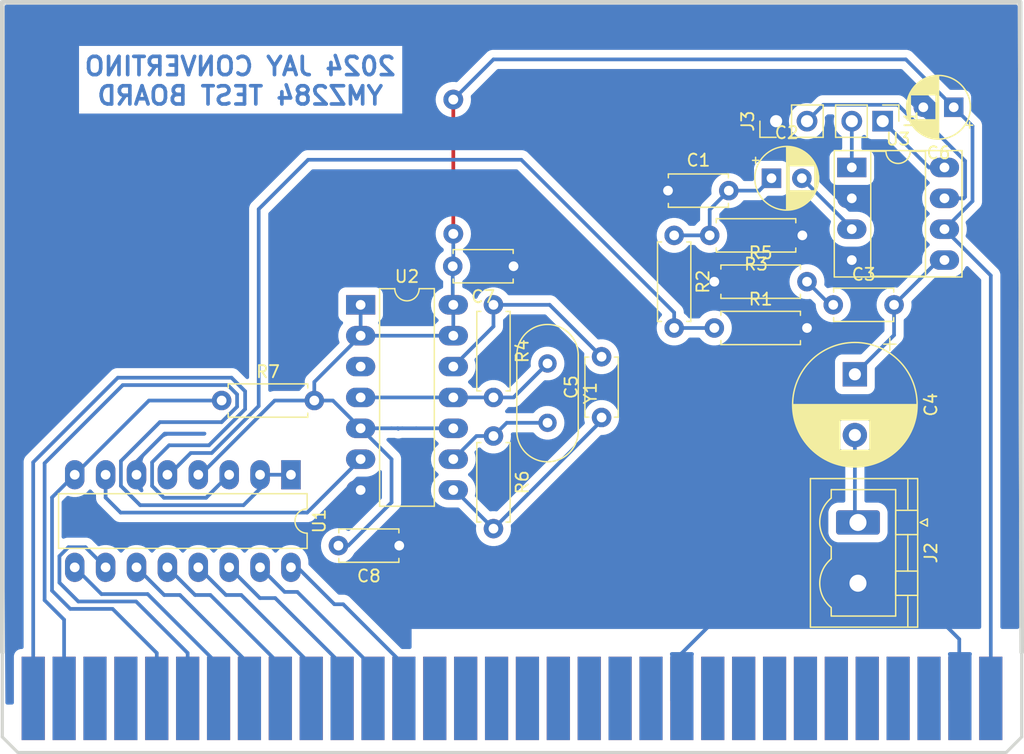
<source format=kicad_pcb>
(kicad_pcb (version 20221018) (generator pcbnew)
  (layers (0 "F.Cu" signal) (31 "B.Cu" signal) (34 "B.Paste" user) (35 "F.Paste" user) (36 "B.SilkS" user "B.Silkscreen") (37 "F.SilkS" user "F.Silkscreen") (38 "B.Mask" user) (39 "F.Mask" user) (44 "Edge.Cuts" user))
  (net 0 "")
  (net 1 "Net-(C1-Pad2)")
  (net 2 "Net-(U3-+)")
  (net 3 "Net-(C3-Pad2)")
  (net 4 "Net-(C3-Pad1)")
  (net 5 "Net-(J2-Pin_1)")
  (net 6 "Net-(C5-Pad2)")
  (net 7 "Net-(C5-Pad1)")
  (net 8 "GNDD")
  (net 9 "VCC")
  (net 12 "Net-(U1-~{RESET})")
  (net 19 "Net-(U1-~{CS})")
  (net 20 "Net-(U1-A0)")
  (net 44 "/D5")
  (net 45 "/D6")
  (net 46 "/D7")
  (net 47 "/D0")
  (net 48 "/D1")
  (net 49 "/D2")
  (net 50 "/D3")
  (net 51 "/D4")
  (net 54 "Net-(R4-Pad2)")
  (net 55 "Net-(R6-Pad1)")
  (net 71 "Net-(J1-Pin_1)")
  (net 72 "Net-(J1-Pin_2)")
  (net 73 "Net-(J3-Pin_2)")
  (net 74 "Net-(U1-OUT)")
  (net 76 "Net-(U1-CLK)")
  (footprint "Capacitor_THT:C_Disc_D4.7mm_W2.5mm_P5.00mm" (layer "F.Cu") (at 161.671 66.167)
    (fp_text reference "C1" (at 2.5 -2.5) (layer "F.SilkS"))
    (fp_text value "300pF")
    (pad "1" thru_hole circle (at 0 0) (size 1.6 1.6) (drill 0.8) (layers "*.Cu" "*.Mask") (net 8 "GNDD"))
    (pad "2" thru_hole circle (at 5 0) (size 1.6 1.6) (drill 0.8) (layers "*.Cu" "*.Mask") (net 1 "Net-(C1-Pad2)"))
  )
  (footprint "Capacitor_THT:CP_Radial_D5.0mm_P2.50mm" (layer "F.Cu") (at 170.18 65.151)
    (fp_text reference "C2" (at 1.25 -3.75) (layer "F.SilkS"))
    (fp_text value "2uF")
    (pad "1" thru_hole rect (at 0 0) (size 1.6 1.6) (drill 0.8) (layers "*.Cu" "*.Mask") (net 1 "Net-(C1-Pad2)"))
    (pad "2" thru_hole circle (at 2.5 0) (size 1.6 1.6) (drill 0.8) (layers "*.Cu" "*.Mask") (net 2 "Net-(U3-+)"))
  )
  (footprint "Capacitor_THT:C_Disc_D4.7mm_W2.5mm_P5.00mm" (layer "F.Cu") (at 175.26 75.565)
    (fp_text reference "C3" (at 2.5 -2.5) (layer "F.SilkS"))
    (fp_text value "50nF")
    (pad "1" thru_hole circle (at 0 0) (size 1.6 1.6) (drill 0.8) (layers "*.Cu" "*.Mask") (net 4 "Net-(C3-Pad1)"))
    (pad "2" thru_hole circle (at 5 0) (size 1.6 1.6) (drill 0.8) (layers "*.Cu" "*.Mask") (net 3 "Net-(C3-Pad2)"))
  )
  (footprint "Capacitor_THT:CP_Radial_D10.0mm_P5.00mm" (layer "F.Cu") (at 177.038 81.28 -90)
    (fp_text reference "C4" (at 2.5 -6.25 90) (layer "F.SilkS"))
    (fp_text value "220uF")
    (pad "1" thru_hole rect (at 0 0 270) (size 2 2) (drill 1) (layers "*.Cu" "*.Mask") (net 3 "Net-(C3-Pad2)"))
    (pad "2" thru_hole circle (at 5 0 270) (size 2 2) (drill 1) (layers "*.Cu" "*.Mask") (net 5 "Net-(J2-Pin_1)"))
  )
  (footprint "Capacitor_THT:C_Disc_D4.7mm_W2.5mm_P5.00mm" (layer "F.Cu") (at 156.21 84.836 90)
    (fp_text reference "C5" (at 2.5 -2.5 90) (layer "F.SilkS"))
    (fp_text value "100nF")
    (pad "1" thru_hole circle (at 0 0 90) (size 1.6 1.6) (drill 0.8) (layers "*.Cu" "*.Mask") (net 7 "Net-(C5-Pad1)"))
    (pad "2" thru_hole circle (at 5 0 90) (size 1.6 1.6) (drill 0.8) (layers "*.Cu" "*.Mask") (net 6 "Net-(C5-Pad2)"))
  )
  (footprint "Capacitor_THT:CP_Radial_D5.0mm_P2.50mm" (layer "F.Cu") (at 185.166 59.309 180)
    (fp_text reference "C6" (at 1.25 -3.75) (layer "F.SilkS"))
    (fp_text value "10uF")
    (pad "1" thru_hole rect (at 0 0 180) (size 1.6 1.6) (drill 0.8) (layers "*.Cu" "*.Mask") (net 9 "VCC"))
    (pad "2" thru_hole circle (at 2.5 0 180) (size 1.6 1.6) (drill 0.8) (layers "*.Cu" "*.Mask") (net 8 "GNDD"))
  )
  (footprint "Capacitor_THT:C_Disc_D4.7mm_W2.5mm_P5.00mm" (layer "F.Cu") (at 148.971 72.39 180)
    (fp_text reference "C7" (at 2.5 -2.5) (layer "F.SilkS"))
    (fp_text value "100nF")
    (pad "1" thru_hole circle (at 0 0 180) (size 1.6 1.6) (drill 0.8) (layers "*.Cu" "*.Mask") (net 8 "GNDD"))
    (pad "2" thru_hole circle (at 5 0 180) (size 1.6 1.6) (drill 0.8) (layers "*.Cu" "*.Mask") (net 9 "VCC"))
  )
  (footprint "Capacitor_THT:C_Disc_D4.7mm_W2.5mm_P5.00mm" (layer "F.Cu") (at 139.573 95.377 180)
    (fp_text reference "C8" (at 2.5 -2.5) (layer "F.SilkS"))
    (fp_text value "100nF")
    (pad "1" thru_hole circle (at 0 0 180) (size 1.6 1.6) (drill 0.8) (layers "*.Cu" "*.Mask") (net 8 "GNDD"))
    (pad "2" thru_hole circle (at 5 0 180) (size 1.6 1.6) (drill 0.8) (layers "*.Cu" "*.Mask") (net 9 "VCC"))
  )
  (footprint "Connector_PinHeader_2.54mm:PinHeader_1x02_P2.54mm_Vertical" (layer "F.Cu") (at 179.324 60.452 -90)
    (fp_text reference "J1" (at 0 -2.33 90) (layer "F.SilkS"))
    (fp_text value "Conn_01x02")
    (pad "1" thru_hole rect (at 0 0 270) (size 1.7 1.7) (drill 1) (layers "*.Cu" "*.Mask") (net 71 "Net-(J1-Pin_1)"))
    (pad "2" thru_hole oval (at 0 2.54 270) (size 1.7 1.7) (drill 1) (layers "*.Cu" "*.Mask") (net 72 "Net-(J1-Pin_2)"))
  )
  (footprint "Connector_Phoenix_MSTB:PhoenixContact_MSTBVA_2,5_2-G_1x02_P5.00mm_Vertical" (layer "F.Cu") (at 177.292 93.472 -90)
    (fp_text reference "J2" (at 2.5 -6 90) (layer "F.SilkS"))
    (fp_text value "Conn_01x02")
    (pad "1" thru_hole roundrect (at 0 0 270) (size 2 3.6) (drill 1.4) (layers "*.Cu" "*.Mask") (roundrect_rratio 0.125) (net 5 "Net-(J2-Pin_1)"))
    (pad "2" thru_hole oval (at 5 0 270) (size 2 3.6) (drill 1.4) (layers "*.Cu" "*.Mask") (net 8 "GNDD"))
  )
  (footprint "Resistor_THT:R_Axial_DIN0207_L6.3mm_D2.5mm_P7.62mm_Horizontal" (layer "F.Cu") (at 165.481 77.47)
    (fp_text reference "R1" (at 3.81 -2.37) (layer "F.SilkS"))
    (fp_text value "1k")
    (pad "1" thru_hole circle (at 0 0) (size 1.6 1.6) (drill 0.8) (layers "*.Cu" "*.Mask") (net 74 "Net-(U1-OUT)"))
    (pad "2" thru_hole oval (at 7.62 0) (size 1.6 1.6) (drill 0.8) (layers "*.Cu" "*.Mask") (net 8 "GNDD"))
  )
  (footprint "Resistor_THT:R_Axial_DIN0207_L6.3mm_D2.5mm_P7.62mm_Horizontal" (layer "F.Cu") (at 162.179 69.85 -90)
    (fp_text reference "R2" (at 3.81 -2.37 90) (layer "F.SilkS"))
    (fp_text value "5k")
    (pad "1" thru_hole circle (at 0 0 270) (size 1.6 1.6) (drill 0.8) (layers "*.Cu" "*.Mask") (net 1 "Net-(C1-Pad2)"))
    (pad "2" thru_hole oval (at 7.62 0 270) (size 1.6 1.6) (drill 0.8) (layers "*.Cu" "*.Mask") (net 74 "Net-(U1-OUT)"))
  )
  (footprint "Resistor_THT:R_Axial_DIN0207_L6.3mm_D2.5mm_P7.62mm_Horizontal" (layer "F.Cu") (at 172.72 69.85 180)
    (fp_text reference "R3" (at 3.81 -2.37) (layer "F.SilkS"))
    (fp_text value "500R")
    (pad "1" thru_hole circle (at 0 0 180) (size 1.6 1.6) (drill 0.8) (layers "*.Cu" "*.Mask") (net 8 "GNDD"))
    (pad "2" thru_hole oval (at 7.62 0 180) (size 1.6 1.6) (drill 0.8) (layers "*.Cu" "*.Mask") (net 1 "Net-(C1-Pad2)"))
  )
  (footprint "Resistor_THT:R_Axial_DIN0207_L6.3mm_D2.5mm_P7.62mm_Horizontal" (layer "F.Cu") (at 147.32 75.565 -90)
    (fp_text reference "R4" (at 3.81 -2.37 90) (layer "F.SilkS"))
    (fp_text value "300R")
    (pad "1" thru_hole circle (at 0 0 270) (size 1.6 1.6) (drill 0.8) (layers "*.Cu" "*.Mask") (net 6 "Net-(C5-Pad2)"))
    (pad "2" thru_hole oval (at 7.62 0 270) (size 1.6 1.6) (drill 0.8) (layers "*.Cu" "*.Mask") (net 54 "Net-(R4-Pad2)"))
  )
  (footprint "Resistor_THT:R_Axial_DIN0207_L6.3mm_D2.5mm_P7.62mm_Horizontal" (layer "F.Cu") (at 165.481 73.66)
    (fp_text reference "R5" (at 3.81 -2.37) (layer "F.SilkS"))
    (fp_text value "10R")
    (pad "1" thru_hole circle (at 0 0) (size 1.6 1.6) (drill 0.8) (layers "*.Cu" "*.Mask") (net 8 "GNDD"))
    (pad "2" thru_hole oval (at 7.62 0) (size 1.6 1.6) (drill 0.8) (layers "*.Cu" "*.Mask") (net 4 "Net-(C3-Pad1)"))
  )
  (footprint "Resistor_THT:R_Axial_DIN0207_L6.3mm_D2.5mm_P7.62mm_Horizontal" (layer "F.Cu") (at 147.32 86.36 -90)
    (fp_text reference "R6" (at 3.81 -2.37 90) (layer "F.SilkS"))
    (fp_text value "300R")
    (pad "1" thru_hole circle (at 0 0 270) (size 1.6 1.6) (drill 0.8) (layers "*.Cu" "*.Mask") (net 55 "Net-(R6-Pad1)"))
    (pad "2" thru_hole oval (at 7.62 0 270) (size 1.6 1.6) (drill 0.8) (layers "*.Cu" "*.Mask") (net 7 "Net-(C5-Pad1)"))
  )
  (footprint "Package_DIP:DIP-16_W7.62mm_LongPads" (layer "F.Cu") (at 130.668 89.545 -90)
    (fp_text reference "U1" (at 3.81 -2.33 -90) (layer "F.SilkS"))
    (fp_text value "YMZ284")
    (pad "1" thru_hole rect (at 0 0 270) (size 2.4 1.6) (drill 0.8) (layers "*.Cu" "*.Mask") (net 19 "Net-(U1-~{CS})"))
    (pad "2" thru_hole oval (at 0 2.54 270) (size 2.4 1.6) (drill 0.8) (layers "*.Cu" "*.Mask") (net 19 "Net-(U1-~{CS})"))
    (pad "3" thru_hole oval (at 0 5.08 270) (size 2.4 1.6) (drill 0.8) (layers "*.Cu" "*.Mask") (net 20 "Net-(U1-A0)"))
    (pad "4" thru_hole oval (at 0 7.62 270) (size 2.4 1.6) (drill 0.8) (layers "*.Cu" "*.Mask") (net 9 "VCC"))
    (pad "5" thru_hole oval (at 0 10.16 270) (size 2.4 1.6) (drill 0.8) (layers "*.Cu" "*.Mask") (net 74 "Net-(U1-OUT)"))
    (pad "6" thru_hole oval (at 0 12.7 270) (size 2.4 1.6) (drill 0.8) (layers "*.Cu" "*.Mask") (net 8 "GNDD"))
    (pad "7" thru_hole oval (at 0 15.24 270) (size 2.4 1.6) (drill 0.8) (layers "*.Cu" "*.Mask") (net 76 "Net-(U1-CLK)"))
    (pad "8" thru_hole oval (at 0 17.78 270) (size 2.4 1.6) (drill 0.8) (layers "*.Cu" "*.Mask") (net 12 "Net-(U1-~{RESET})"))
    (pad "9" thru_hole oval (at 7.62 17.78 270) (size 2.4 1.6) (drill 0.8) (layers "*.Cu" "*.Mask") (net 46 "/D7"))
    (pad "10" thru_hole oval (at 7.62 15.24 270) (size 2.4 1.6) (drill 0.8) (layers "*.Cu" "*.Mask") (net 45 "/D6"))
    (pad "11" thru_hole oval (at 7.62 12.7 270) (size 2.4 1.6) (drill 0.8) (layers "*.Cu" "*.Mask") (net 44 "/D5"))
    (pad "12" thru_hole oval (at 7.62 10.16 270) (size 2.4 1.6) (drill 0.8) (layers "*.Cu" "*.Mask") (net 51 "/D4"))
    (pad "13" thru_hole oval (at 7.62 7.62 270) (size 2.4 1.6) (drill 0.8) (layers "*.Cu" "*.Mask") (net 50 "/D3"))
    (pad "14" thru_hole oval (at 7.62 5.08 270) (size 2.4 1.6) (drill 0.8) (layers "*.Cu" "*.Mask") (net 49 "/D2"))
    (pad "15" thru_hole oval (at 7.62 2.54 270) (size 2.4 1.6) (drill 0.8) (layers "*.Cu" "*.Mask") (net 48 "/D1"))
    (pad "16" thru_hole oval (at 7.62 0 270) (size 2.4 1.6) (drill 0.8) (layers "*.Cu" "*.Mask") (net 47 "/D0"))
  )
  (footprint "Package_DIP:DIP-14_W7.62mm_LongPads" (layer "F.Cu") (at 136.398 75.565)
    (fp_text reference "U2" (at 3.81 -2.33) (layer "F.SilkS"))
    (fp_text value "74LS00")
    (pad "1" thru_hole rect (at 0 0) (size 2.4 1.6) (drill 0.8) (layers "*.Cu" "*.Mask") (net 9 "VCC"))
    (pad "2" thru_hole oval (at 0 2.54) (size 2.4 1.6) (drill 0.8) (layers "*.Cu" "*.Mask") (net 9 "VCC"))
    (pad "3" thru_hole oval (at 0 5.08) (size 2.4 1.6) (drill 0.8) (layers "*.Cu" "*.Mask"))
    (pad "4" thru_hole oval (at 0 7.62) (size 2.4 1.6) (drill 0.8) (layers "*.Cu" "*.Mask") (net 54 "Net-(R4-Pad2)"))
    (pad "5" thru_hole oval (at 0 10.16) (size 2.4 1.6) (drill 0.8) (layers "*.Cu" "*.Mask") (net 9 "VCC"))
    (pad "6" thru_hole oval (at 0 12.7) (size 2.4 1.6) (drill 0.8) (layers "*.Cu" "*.Mask") (net 76 "Net-(U1-CLK)"))
    (pad "7" thru_hole oval (at 0 15.24) (size 2.4 1.6) (drill 0.8) (layers "*.Cu" "*.Mask") (net 8 "GNDD"))
    (pad "8" thru_hole oval (at 7.62 15.24) (size 2.4 1.6) (drill 0.8) (layers "*.Cu" "*.Mask") (net 7 "Net-(C5-Pad1)"))
    (pad "9" thru_hole oval (at 7.62 12.7) (size 2.4 1.6) (drill 0.8) (layers "*.Cu" "*.Mask") (net 55 "Net-(R6-Pad1)"))
    (pad "10" thru_hole oval (at 7.62 10.16) (size 2.4 1.6) (drill 0.8) (layers "*.Cu" "*.Mask") (net 9 "VCC"))
    (pad "11" thru_hole oval (at 7.62 7.62) (size 2.4 1.6) (drill 0.8) (layers "*.Cu" "*.Mask") (net 54 "Net-(R4-Pad2)"))
    (pad "12" thru_hole oval (at 7.62 5.08) (size 2.4 1.6) (drill 0.8) (layers "*.Cu" "*.Mask") (net 6 "Net-(C5-Pad2)"))
    (pad "13" thru_hole oval (at 7.62 2.54) (size 2.4 1.6) (drill 0.8) (layers "*.Cu" "*.Mask") (net 9 "VCC"))
    (pad "14" thru_hole oval (at 7.62 0) (size 2.4 1.6) (drill 0.8) (layers "*.Cu" "*.Mask") (net 9 "VCC"))
  )
  (footprint "Package_DIP:DIP-8_W7.62mm_Socket_LongPads" (layer "F.Cu") (at 176.784 64.262)
    (fp_text reference "U3" (at 3.81 -2.33) (layer "F.SilkS"))
    (fp_text value "LM386")
    (pad "1" thru_hole rect (at 0 0) (size 2.4 1.6) (drill 0.8) (layers "*.Cu" "*.Mask") (net 72 "Net-(J1-Pin_2)"))
    (pad "2" thru_hole oval (at 0 2.54) (size 2.4 1.6) (drill 0.8) (layers "*.Cu" "*.Mask") (net 8 "GNDD"))
    (pad "3" thru_hole oval (at 0 5.08) (size 2.4 1.6) (drill 0.8) (layers "*.Cu" "*.Mask") (net 2 "Net-(U3-+)"))
    (pad "4" thru_hole oval (at 0 7.62) (size 2.4 1.6) (drill 0.8) (layers "*.Cu" "*.Mask") (net 8 "GNDD"))
    (pad "5" thru_hole oval (at 7.62 7.62) (size 2.4 1.6) (drill 0.8) (layers "*.Cu" "*.Mask") (net 3 "Net-(C3-Pad2)"))
    (pad "6" thru_hole oval (at 7.62 5.08) (size 2.4 1.6) (drill 0.8) (layers "*.Cu" "*.Mask") (net 9 "VCC"))
    (pad "7" thru_hole oval (at 7.62 2.54) (size 2.4 1.6) (drill 0.8) (layers "*.Cu" "*.Mask") (net 73 "Net-(J3-Pin_2)"))
    (pad "8" thru_hole oval (at 7.62 0) (size 2.4 1.6) (drill 0.8) (layers "*.Cu" "*.Mask") (net 71 "Net-(J1-Pin_1)"))
  )
  (footprint "Crystal:Crystal_HC49-U_Vertical" (layer "F.Cu") (at 151.765 80.391 -90)
    (fp_text reference "Y1" (at 2.44 -3.525 90) (layer "F.SilkS"))
    (fp_text value "3.579545Mhz")
    (pad "1" thru_hole circle (at 0 0 270) (size 1.5 1.5) (drill 0.8) (layers "*.Cu" "*.Mask") (net 54 "Net-(R4-Pad2)"))
    (pad "2" thru_hole circle (at 4.88 0 270) (size 1.5 1.5) (drill 0.8) (layers "*.Cu" "*.Mask") (net 55 "Net-(R6-Pad1)"))
  )
  (footprint "Connector_PinHeader_2.54mm:PinHeader_1x02_P2.54mm_Vertical" (layer "F.Cu") (at 170.561 60.452 90)
    (fp_text reference "J3" (at 0 -2.33 90) (layer "F.SilkS"))
    (fp_text value "Conn_01x02")
    (pad "1" thru_hole rect (at 0 0 90) (size 1.7 1.7) (drill 1) (layers "*.Cu" "*.Mask") (net 8 "GNDD"))
    (pad "2" thru_hole oval (at 0 2.54 90) (size 1.7 1.7) (drill 1) (layers "*.Cu" "*.Mask") (net 73 "Net-(J3-Pin_2)"))
  )
  (footprint "PICerino:GENESIS-EDGE" (layer "F.Cu") (at 109.474 107.95)
    (fp_text reference "CON1" hide)
    (fp_text value "PICERINO-EDGE" hide)
    (fp_line (start -2.54 -3.81) (end -2.54 3.175) (stroke (width 0.254)) (layer "Edge.Cuts"))
    (fp_line (start -2.54 3.175) (end -1.27 4.445) (stroke (width 0.254)) (layer "Edge.Cuts"))
    (fp_line (start -1.27 4.445) (end 80.01 4.445) (stroke (width 0.254)) (layer "Edge.Cuts"))
    (fp_line (start 80.01 4.445) (end 81.28 3.175) (stroke (width 0.254)) (layer "Edge.Cuts"))
    (fp_line (start 81.28 3.175) (end 81.28 -3.81) (stroke (width 0.254)) (layer "Edge.Cuts"))
    (pad "A1" smd rect (at 0 0) (size 1.905 6.858) (layers "B.Cu") (net 20 "Net-(U1-A0)"))
    (pad "A2" smd rect (at 2.54 0) (size 1.905 6.858) (layers "B.Cu") (net 19 "Net-(U1-~{CS})"))
    (pad "A3" smd rect (at 5.08 0) (size 1.905 6.858) (layers "B.Cu"))
    (pad "A4" smd rect (at 7.62 0) (size 1.905 6.858) (layers "B.Cu"))
    (pad "A5" smd rect (at 10.16 0) (size 1.905 6.858) (layers "B.Cu") (net 12 "Net-(U1-~{RESET})"))
    (pad "A6" smd rect (at 12.7 0) (size 1.905 6.858) (layers "B.Cu") (net 45 "/D6"))
    (pad "A7" smd rect (at 15.24 0) (size 1.905 6.858) (layers "B.Cu") (net 46 "/D7"))
    (pad "A8" smd rect (at 17.78 0) (size 1.905 6.858) (layers "B.Cu") (net 44 "/D5"))
    (pad "A9" smd rect (at 20.32 0) (size 1.905 6.858) (layers "B.Cu") (net 51 "/D4"))
    (pad "A10" smd rect (at 22.86 0) (size 1.905 6.858) (layers "B.Cu") (net 50 "/D3"))
    (pad "A11" smd rect (at 25.4 0) (size 1.905 6.858) (layers "B.Cu") (net 49 "/D2"))
    (pad "A12" smd rect (at 27.94 0) (size 1.905 6.858) (layers "B.Cu") (net 48 "/D1"))
    (pad "A13" smd rect (at 30.48 0) (size 1.905 6.858) (layers "B.Cu") (net 47 "/D0"))
    (pad "A14" smd rect (at 33.02 0) (size 1.905 6.858) (layers "B.Cu"))
    (pad "A15" smd rect (at 35.56 0) (size 1.905 6.858) (layers "B.Cu"))
    (pad "A16" smd rect (at 38.1 0) (size 1.905 6.858) (layers "B.Cu"))
    (pad "A17" smd rect (at 40.64 0) (size 1.905 6.858) (layers "B.Cu"))
    (pad "A18" smd rect (at 43.18 0) (size 1.905 6.858) (layers "B.Cu"))
    (pad "A19" smd rect (at 45.72 0) (size 1.905 6.858) (layers "B.Cu"))
    (pad "A20" smd rect (at 48.26 0) (size 1.905 6.858) (layers "B.Cu"))
    (pad "A21" smd rect (at 50.8 0) (size 1.905 6.858) (layers "B.Cu"))
    (pad "A22" smd rect (at 53.34 0) (size 1.905 6.858) (layers "B.Cu") (net 8 "GNDD"))
    (pad "A23" smd rect (at 55.88 0) (size 1.905 6.858) (layers "B.Cu"))
    (pad "A24" smd rect (at 58.42 0) (size 1.905 6.858) (layers "B.Cu"))
    (pad "A25" smd rect (at 60.96 0) (size 1.905 6.858) (layers "B.Cu"))
    (pad "A26" smd rect (at 63.5 0) (size 1.905 6.858) (layers "B.Cu"))
    (pad "A27" smd rect (at 66.04 0) (size 1.905 6.858) (layers "B.Cu"))
    (pad "A28" smd rect (at 68.58 0) (size 1.905 6.858) (layers "B.Cu"))
    (pad "A29" smd rect (at 71.12 0) (size 1.905 6.858) (layers "B.Cu"))
    (pad "A30" smd rect (at 73.66 0) (size 1.905 6.858) (layers "B.Cu"))
    (pad "A31" smd rect (at 76.2 0) (size 1.905 6.858) (layers "B.Cu") (net 8 "GNDD"))
    (pad "A32" smd rect (at 78.74 0) (size 1.905 6.858) (layers "B.Cu") (net 9 "VCC"))
    (pad "B1" smd rect (at 0 0) (size 1.905 6.858) (layers "F.Cu"))
    (pad "B2" smd rect (at 2.54 0) (size 1.905 6.858) (layers "F.Cu"))
    (pad "B3" smd rect (at 5.08 0) (size 1.905 6.858) (layers "F.Cu"))
    (pad "B4" smd rect (at 7.62 0) (size 1.905 6.858) (layers "F.Cu"))
    (pad "B5" smd rect (at 10.16 0) (size 1.905 6.858) (layers "F.Cu"))
    (pad "B6" smd rect (at 12.7 0) (size 1.905 6.858) (layers "F.Cu"))
    (pad "B7" smd rect (at 15.24 0) (size 1.905 6.858) (layers "F.Cu"))
    (pad "B8" smd rect (at 17.78 0) (size 1.905 6.858) (layers "F.Cu"))
    (pad "B9" smd rect (at 20.32 0) (size 1.905 6.858) (layers "F.Cu"))
    (pad "B10" smd rect (at 22.86 0) (size 1.905 6.858) (layers "F.Cu"))
    (pad "B11" smd rect (at 25.4 0) (size 1.905 6.858) (layers "F.Cu"))
    (pad "B12" smd rect (at 27.94 0) (size 1.905 6.858) (layers "F.Cu"))
    (pad "B13" smd rect (at 30.48 0) (size 1.905 6.858) (layers "F.Cu"))
    (pad "B14" smd rect (at 33.02 0) (size 1.905 6.858) (layers "F.Cu"))
    (pad "B15" smd rect (at 35.56 0) (size 1.905 6.858) (layers "F.Cu"))
    (pad "B16" smd rect (at 38.1 0) (size 1.905 6.858) (layers "F.Cu"))
    (pad "B17" smd rect (at 40.64 0) (size 1.905 6.858) (layers "F.Cu"))
    (pad "B18" smd rect (at 43.18 0) (size 1.905 6.858) (layers "F.Cu"))
    (pad "B19" smd rect (at 45.72 0) (size 1.905 6.858) (layers "F.Cu"))
    (pad "B20" smd rect (at 48.26 0) (size 1.905 6.858) (layers "F.Cu"))
    (pad "B21" smd rect (at 50.8 0) (size 1.905 6.858) (layers "F.Cu"))
    (pad "B22" smd rect (at 53.34 0) (size 1.905 6.858) (layers "F.Cu"))
    (pad "B23" smd rect (at 55.88 0) (size 1.905 6.858) (layers "F.Cu"))
    (pad "B24" smd rect (at 58.42 0) (size 1.905 6.858) (layers "F.Cu"))
    (pad "B25" smd rect (at 60.96 0) (size 1.905 6.858) (layers "F.Cu"))
    (pad "B26" smd rect (at 63.5 0) (size 1.905 6.858) (layers "F.Cu"))
    (pad "B27" smd rect (at 66.04 0) (size 1.905 6.858) (layers "F.Cu"))
    (pad "B28" smd rect (at 68.58 0) (size 1.905 6.858) (layers "F.Cu"))
    (pad "B29" smd rect (at 71.12 0) (size 1.905 6.858) (layers "F.Cu"))
    (pad "B30" smd rect (at 73.66 0) (size 1.905 6.858) (layers "F.Cu"))
    (pad "B31" smd rect (at 76.2 0) (size 1.905 6.858) (layers "F.Cu"))
    (pad "B32" smd rect (at 78.74 0) (size 1.905 6.858) (layers "F.Cu"))
  )
  (footprint "Resistor_THT:R_Axial_DIN0207_L6.3mm_D2.5mm_P7.62mm_Horizontal" (layer "F.Cu") (at 124.968 83.439)
    (fp_text reference "R7" (at 3.81 -2.37) (layer "F.SilkS"))
    (fp_text value "10K")
    (pad "1" thru_hole circle (at 0 0) (size 1.6 1.6) (drill 0.8) (layers "*.Cu" "*.Mask") (net 12 "Net-(U1-~{RESET})"))
    (pad "2" thru_hole oval (at 7.62 0) (size 1.6 1.6) (drill 0.8) (layers "*.Cu" "*.Mask") (net 9 "VCC"))
  )
  (gr_line (start 190.754 104.14) (end 190.627 50.673) (stroke (width 0.381)) (layer "Edge.Cuts"))
  (gr_line (start 190.627 50.673) (end 106.934 50.673) (stroke (width 0.381)) (layer "Edge.Cuts"))
  (gr_line (start 106.934 50.673) (end 106.934 104.14) (stroke (width 0.381)) (layer "Edge.Cuts"))
  (gr_text "2024 JAY CONVERTINO\nYMZ284 TEST BOARD" (at 126.492 57.15) (layer "B.Cu") (effects (font (size 1.5 1.5) (thickness 0.3)) (justify mirror)))
  (segment (start 166.671 66.167) (end 169.164 66.167) (width 0.3048) (layer "B.Cu") (net 1))
  (segment (start 162.179 69.85) (end 165.1 69.85) (width 0.3048) (layer "B.Cu") (net 1))
  (segment (start 165.1 67.738) (end 166.671 66.167) (width 0.3048) (layer "B.Cu") (net 1))
  (segment (start 169.164 66.167) (end 170.18 65.151) (width 0.3048) (layer "B.Cu") (net 1))
  (segment (start 165.1 69.85) (end 165.1 67.738) (width 0.3048) (layer "B.Cu") (net 1))
  (segment (start 172.68 65.151) (end 176.784 69.255) (width 0.3048) (layer "B.Cu") (net 2))
  (segment (start 176.784 69.255) (end 176.784 69.342) (width 0.3048) (layer "B.Cu") (net 2))
  (segment (start 183.943 71.882) (end 184.404 71.882) (width 0.3048) (layer "B.Cu") (net 3))
  (segment (start 180.26 78.058) (end 177.038 81.28) (width 0.3048) (layer "B.Cu") (net 3))
  (segment (start 180.26 75.565) (end 180.26 78.058) (width 0.3048) (layer "B.Cu") (net 3))
  (segment (start 180.26 75.565) (end 183.943 71.882) (width 0.3048) (layer "B.Cu") (net 3))
  (segment (start 175.006 75.565) (end 173.101 73.66) (width 0.3048) (layer "B.Cu") (net 4))
  (segment (start 175.26 75.565) (end 175.006 75.565) (width 0.3048) (layer "B.Cu") (net 4))
  (segment (start 177.038 86.28) (end 177.038 93.218) (width 0.3048) (layer "B.Cu") (net 5))
  (segment (start 177.038 93.218) (end 177.292 93.472) (width 0.3048) (layer "B.Cu") (net 5))
  (segment (start 151.939 75.565) (end 156.21 79.836) (width 0.3048) (layer "B.Cu") (net 6))
  (segment (start 147.32 77.343) (end 144.018 80.645) (width 0.3048) (layer "B.Cu") (net 6))
  (segment (start 147.32 75.565) (end 147.32 77.343) (width 0.3048) (layer "B.Cu") (net 6))
  (segment (start 147.32 75.565) (end 151.939 75.565) (width 0.3048) (layer "B.Cu") (net 6))
  (segment (start 147.32 93.98) (end 144.145 90.805) (width 0.3048) (layer "B.Cu") (net 7))
  (segment (start 147.32 93.98) (end 156.21 85.09) (width 0.3048) (layer "B.Cu") (net 7))
  (segment (start 144.145 90.805) (end 144.018 90.805) (width 0.3048) (layer "B.Cu") (net 7))
  (segment (start 156.21 85.09) (end 156.21 84.836) (width 0.3048) (layer "B.Cu") (net 7))
  (segment (start 168.5582 98.472) (end 162.814 104.2162) (width 0.3048) (layer "B.Cu") (net 8))
  (segment (start 177.292 98.472) (end 168.5582 98.472) (width 0.3048) (layer "B.Cu") (net 8))
  (segment (start 162.814 104.2162) (end 162.814 107.95) (width 0.3048) (layer "B.Cu") (net 8))
  (segment (start 185.622 103.072) (end 181.0735 98.5235) (width 0.3048) (layer "B.Cu") (net 8))
  (segment (start 185.622 108.231999) (end 185.622 103.072) (width 0.3048) (layer "B.Cu") (net 8))
  (segment (start 172.72 77.089) (end 173.101 77.47) (width 0.3048) (layer "B.Cu") (net 8))
  (segment (start 181.0735 98.5235) (end 177.3435 98.5235) (width 0.3048) (layer "B.Cu") (net 8))
  (segment (start 144.018 58.674) (end 144.018 69.723) (width 0.3048) (layer "F.Cu") (net 9))
  (via (at 144.018 69.723) (size 1.6256) (drill 0.8128) (layers "F.Cu" "B.Cu") (net 9))
  (via (at 144.018 58.674) (size 1.6256) (drill 0.8128) (layers "F.Cu" "B.Cu") (net 9))
  (segment (start 136.398 78.105) (end 144.018 78.105) (width 0.3048) (layer "B.Cu") (net 9))
  (segment (start 144.018 75.565) (end 144.018 78.105) (width 0.3048) (layer "B.Cu") (net 9))
  (segment (start 129.332262 83.439) (end 132.588 83.439) (width 0.3048) (layer "B.Cu") (net 9))
  (segment (start 147.32 55.372) (end 144.018 58.674) (width 0.3048) (layer "B.Cu") (net 9))
  (segment (start 184.404 69.342) (end 186.708919 67.037081) (width 0.3048) (layer "B.Cu") (net 9))
  (segment (start 138.938 91.821) (end 135.382 95.377) (width 0.3048) (layer "B.Cu") (net 9))
  (segment (start 144.018 85.725) (end 140.97 85.725) (width 0.3048) (layer "B.Cu") (net 9))
  (segment (start 188.214 73.152) (end 184.404 69.342) (width 0.3048) (layer "B.Cu") (net 9))
  (segment (start 138.938 85.725) (end 136.398 85.725) (width 0.3048) (layer "B.Cu") (net 9))
  (segment (start 139.827 85.725) (end 139.446 85.725) (width 0.3048) (layer "B.Cu") (net 9))
  (segment (start 123.226262 89.545) (end 129.332262 83.439) (width 0.3048) (layer "B.Cu") (net 9))
  (segment (start 132.588 83.439) (end 134.112 83.439) (width 0.3048) (layer "B.Cu") (net 9))
  (segment (start 136.398 85.725) (end 138.938 88.265) (width 0.3048) (layer "B.Cu") (net 9))
  (segment (start 144.018 72.343) (end 143.971 72.39) (width 0.3048) (layer "B.Cu") (net 9))
  (segment (start 186.708919 60.851919) (end 185.166 59.309) (width 0.3048) (layer "B.Cu") (net 9))
  (segment (start 188.214 107.95) (end 188.214 73.152) (width 0.3048) (layer "B.Cu") (net 9))
  (segment (start 123.048 89.545) (end 123.226262 89.545) (width 0.3048) (layer "B.Cu") (net 9))
  (segment (start 144.065 78.058) (end 144.018 78.105) (width 0.3048) (layer "B.Cu") (net 9))
  (segment (start 136.398 78.105) (end 136.398 75.565) (width 0.3048) (layer "B.Cu") (net 9))
  (segment (start 181.229 55.372) (end 147.32 55.372) (width 0.3048) (layer "B.Cu") (net 9))
  (segment (start 143.971 72.39) (end 143.971 75.518) (width 0.3048) (layer "B.Cu") (net 9))
  (segment (start 136.398 78.105) (end 132.588 81.915) (width 0.3048) (layer "B.Cu") (net 9))
  (segment (start 144.018 69.723) (end 144.018 72.343) (width 0.3048) (layer "B.Cu") (net 9))
  (segment (start 143.971 75.518) (end 144.018 75.565) (width 0.3048) (layer "B.Cu") (net 9))
  (segment (start 136.271 75.692) (end 136.398 75.565) (width 0.3048) (layer "B.Cu") (net 9))
  (segment (start 135.382 95.377) (end 134.573 95.377) (width 0.3048) (layer "B.Cu") (net 9))
  (segment (start 138.938 88.265) (end 138.938 91.821) (width 0.3048) (layer "B.Cu") (net 9))
  (segment (start 139.493 85.772) (end 139.446 85.725) (width 0.3048) (layer "B.Cu") (net 9))
  (segment (start 185.166 59.309) (end 181.229 55.372) (width 0.3048) (layer "B.Cu") (net 9))
  (segment (start 139.446 85.725) (end 138.938 85.725) (width 0.3048) (layer "B.Cu") (net 9))
  (segment (start 186.708919 67.037081) (end 186.708919 60.851919) (width 0.3048) (layer "B.Cu") (net 9))
  (segment (start 140.97 85.725) (end 139.827 85.725) (width 0.3048) (layer "B.Cu") (net 9))
  (segment (start 134.112 83.439) (end 136.398 85.725) (width 0.3048) (layer "B.Cu") (net 9))
  (segment (start 132.588 81.915) (end 132.588 83.439) (width 0.3048) (layer "B.Cu") (net 9))
  (segment (start 118.994 83.439) (end 112.888 89.545) (width 0.3048) (layer "B.Cu") (net 12))
  (segment (start 119.634 107.95) (end 119.634 104.2162) (width 0.3048) (layer "B.Cu") (net 12))
  (segment (start 116.0018 100.584) (end 112.522 100.584) (width 0.3048) (layer "B.Cu") (net 12))
  (segment (start 111.0212 91.4118) (end 112.888 89.545) (width 0.3048) (layer "B.Cu") (net 12))
  (segment (start 119.634 104.2162) (end 116.0018 100.584) (width 0.3048) (layer "B.Cu") (net 12))
  (segment (start 111.0212 99.0832) (end 111.0212 91.4118) (width 0.3048) (layer "B.Cu") (net 12))
  (segment (start 124.968 83.439) (end 118.994 83.439) (width 0.3048) (layer "B.Cu") (net 12))
  (segment (start 112.522 100.584) (end 111.0212 99.0832) (width 0.3048) (layer "B.Cu") (net 12))
  (segment (start 116.6852 90.465749) (end 116.6852 88.4198) (width 0.3048) (layer "B.Cu") (net 19))
  (segment (start 124.96795 85.217) (end 126.238 83.94695) (width 0.3048) (layer "B.Cu") (net 19))
  (segment (start 110.4116 88.5974) (end 110.4116 99.8706) (width 0.3048) (layer "B.Cu") (net 19))
  (segment (start 128.128 89.545) (end 128.128 90.693) (width 0.3048) (layer "B.Cu") (net 19))
  (segment (start 116.84 82.169) (end 110.4116 88.5974) (width 0.3048) (layer "B.Cu") (net 19))
  (segment (start 125.47595 82.169) (end 116.84 82.169) (width 0.3048) (layer "B.Cu") (net 19))
  (segment (start 119.888 85.217) (end 124.96795 85.217) (width 0.3048) (layer "B.Cu") (net 19))
  (segment (start 130.668 89.545) (end 128.128 89.545) (width 0.3048) (layer "B.Cu") (net 19))
  (segment (start 110.4116 99.8706) (end 112.014 101.473) (width 0.3048) (layer "B.Cu") (net 19))
  (segment (start 118.269051 92.0496) (end 116.6852 90.465749) (width 0.3048) (layer "B.Cu") (net 19))
  (segment (start 126.7714 92.0496) (end 118.269051 92.0496) (width 0.3048) (layer "B.Cu") (net 19))
  (segment (start 126.238 83.94695) (end 126.238 82.93105) (width 0.3048) (layer "B.Cu") (net 19))
  (segment (start 116.6852 88.4198) (end 119.888 85.217) (width 0.3048) (layer "B.Cu") (net 19))
  (segment (start 128.128 90.693) (end 126.7714 92.0496) (width 0.3048) (layer "B.Cu") (net 19))
  (segment (start 112.014 101.473) (end 112.014 107.95) (width 0.3048) (layer "B.Cu") (net 19))
  (segment (start 126.238 82.93105) (end 125.47595 82.169) (width 0.3048) (layer "B.Cu") (net 19))
  (segment (start 126.899896 82.678496) (end 126.899896 84.147158) (width 0.3048) (layer "B.Cu") (net 20))
  (segment (start 120.225051 91.44) (end 123.693 91.44) (width 0.3048) (layer "B.Cu") (net 20))
  (segment (start 109.474 107.95) (end 109.474 88.519) (width 0.3048) (layer "B.Cu") (net 20))
  (segment (start 126.899896 84.147158) (end 123.925054 87.122) (width 0.3048) (layer "B.Cu") (net 20))
  (segment (start 120.65 87.122) (end 119.2508 88.5212) (width 0.3048) (layer "B.Cu") (net 20))
  (segment (start 119.2508 88.5212) (end 119.2508 90.465749) (width 0.3048) (layer "B.Cu") (net 20))
  (segment (start 119.2508 90.465749) (end 120.225051 91.44) (width 0.3048) (layer "B.Cu") (net 20))
  (segment (start 116.4336 81.5594) (end 125.7808 81.5594) (width 0.3048) (layer "B.Cu") (net 20))
  (segment (start 123.925054 87.122) (end 120.65 87.122) (width 0.3048) (layer "B.Cu") (net 20))
  (segment (start 125.7808 81.5594) (end 126.899896 82.678496) (width 0.3048) (layer "B.Cu") (net 20))
  (segment (start 109.474 88.519) (end 116.4336 81.5594) (width 0.3048) (layer "B.Cu") (net 20))
  (segment (start 123.693 91.44) (end 125.588 89.545) (width 0.3048) (layer "B.Cu") (net 20))
  (segment (start 127.254 105.156) (end 121.539 99.441) (width 0.3048) (layer "B.Cu") (net 44))
  (segment (start 120.244 99.441) (end 117.968 97.165) (width 0.3048) (layer "B.Cu") (net 44))
  (segment (start 121.539 99.441) (end 120.244 99.441) (width 0.3048) (layer "B.Cu") (net 44))
  (segment (start 127.254 107.95) (end 127.254 105.156) (width 0.3048) (layer "B.Cu") (net 44))
  (segment (start 113.1824 99.9744) (end 111.6308 98.4228) (width 0.3048) (layer "B.Cu") (net 45))
  (segment (start 112.367251 95.5078) (end 113.7708 95.5078) (width 0.3048) (layer "B.Cu") (net 45))
  (segment (start 117.9322 99.9744) (end 113.1824 99.9744) (width 0.3048) (layer "B.Cu") (net 45))
  (segment (start 113.7708 95.5078) (end 115.428 97.165) (width 0.3048) (layer "B.Cu") (net 45))
  (segment (start 122.174 107.95) (end 122.174 104.2162) (width 0.3048) (layer "B.Cu") (net 45))
  (segment (start 122.174 104.2162) (end 117.9322 99.9744) (width 0.3048) (layer "B.Cu") (net 45))
  (segment (start 111.6308 96.244251) (end 112.367251 95.5078) (width 0.3048) (layer "B.Cu") (net 45))
  (segment (start 111.6308 98.4228) (end 111.6308 96.244251) (width 0.3048) (layer "B.Cu") (net 45))
  (segment (start 124.714 105.1941) (end 118.8847 99.3648) (width 0.3048) (layer "B.Cu") (net 46))
  (segment (start 118.8847 99.3648) (end 115.0878 99.3648) (width 0.3048) (layer "B.Cu") (net 46))
  (segment (start 115.0878 99.3648) (end 112.888 97.165) (width 0.3048) (layer "B.Cu") (net 46))
  (segment (start 124.714 107.95) (end 124.714 105.1941) (width 0.3048) (layer "B.Cu") (net 46))
  (segment (start 134.9629 100.203) (end 139.954 105.1941) (width 0.3048) (layer "B.Cu") (net 47))
  (segment (start 139.954 105.1941) (end 139.954 107.95) (width 0.3048) (layer "B.Cu") (net 47))
  (segment (start 134.239 100.203) (end 134.9629 100.203) (width 0.3048) (layer "B.Cu") (net 47))
  (segment (start 130.668 97.165) (end 131.201 97.165) (width 0.3048) (layer "B.Cu") (net 47))
  (segment (start 131.201 97.165) (end 134.239 100.203) (width 0.3048) (layer "B.Cu") (net 47))
  (segment (start 130.15 99.187) (end 128.128 97.165) (width 0.3048) (layer "B.Cu") (net 48))
  (segment (start 131.191 99.187) (end 130.15 99.187) (width 0.3048) (layer "B.Cu") (net 48))
  (segment (start 137.414 107.95) (end 137.414 105.41) (width 0.3048) (layer "B.Cu") (net 48))
  (segment (start 137.414 105.41) (end 131.191 99.187) (width 0.3048) (layer "B.Cu") (net 48))
  (segment (start 134.874 107.95) (end 134.874 105.1941) (width 0.3048) (layer "B.Cu") (net 49))
  (segment (start 128.118 99.695) (end 125.588 97.165) (width 0.3048) (layer "B.Cu") (net 49))
  (segment (start 134.874 105.1941) (end 129.3749 99.695) (width 0.3048) (layer "B.Cu") (net 49))
  (segment (start 129.3749 99.695) (end 128.118 99.695) (width 0.3048) (layer "B.Cu") (net 49))
  (segment (start 126.5809 99.441) (end 125.324 99.441) (width 0.3048) (layer "B.Cu") (net 50))
  (segment (start 132.334 107.95) (end 132.334 105.1941) (width 0.3048) (layer "B.Cu") (net 50))
  (segment (start 125.324 99.441) (end 123.048 97.165) (width 0.3048) (layer "B.Cu") (net 50))
  (segment (start 132.334 105.1941) (end 126.5809 99.441) (width 0.3048) (layer "B.Cu") (net 50))
  (segment (start 129.794 105.1941) (end 124.0409 99.441) (width 0.3048) (layer "B.Cu") (net 51))
  (segment (start 122.784 99.441) (end 120.508 97.165) (width 0.3048) (layer "B.Cu") (net 51))
  (segment (start 129.794 107.95) (end 129.794 105.1941) (width 0.3048) (layer "B.Cu") (net 51))
  (segment (start 124.0409 99.441) (end 122.784 99.441) (width 0.3048) (layer "B.Cu") (net 51))
  (segment (start 144.018 83.185) (end 136.398 83.185) (width 0.3048) (layer "B.Cu") (net 54))
  (segment (start 144.018 83.185) (end 147.32 83.185) (width 0.3048) (layer "B.Cu") (net 54))
  (segment (start 147.32 83.185) (end 148.971 83.185) (width 0.3048) (layer "B.Cu") (net 54))
  (segment (start 148.971 83.185) (end 151.765 80.391) (width 0.3048) (layer "B.Cu") (net 54))
  (segment (start 145.923 86.36) (end 144.018 88.265) (width 0.3048) (layer "B.Cu") (net 55))
  (segment (start 147.32 86.36) (end 145.923 86.36) (width 0.3048) (layer "B.Cu") (net 55))
  (segment (start 148.409 85.271) (end 147.32 86.36) (width 0.3048) (layer "B.Cu") (net 55))
  (segment (start 151.765 85.271) (end 148.409 85.271) (width 0.3048) (layer "B.Cu") (net 55))
  (segment (start 183.134 64.262) (end 179.324 60.452) (width 0.3048) (layer "B.Cu") (net 71))
  (segment (start 184.404 64.262) (end 183.134 64.262) (width 0.3048) (layer "B.Cu") (net 71))
  (segment (start 176.784 64.262) (end 176.784 60.452) (width 0.3048) (layer "B.Cu") (net 72))
  (segment (start 186.09931 63.725466) (end 183.841844 61.468) (width 0.3048) (layer "B.Cu") (net 73))
  (segment (start 180.570241 59.106699) (end 174.446301 59.106699) (width 0.3048) (layer "B.Cu") (net 73))
  (segment (start 185.985 66.802) (end 186.09931 66.68769) (width 0.3048) (layer "B.Cu") (net 73))
  (segment (start 186.09931 66.68769) (end 186.09931 63.725466) (width 0.3048) (layer "B.Cu") (net 73))
  (segment (start 174.446301 59.106699) (end 173.101 60.452) (width 0.3048) (layer "B.Cu") (net 73))
  (segment (start 182.931542 61.468) (end 180.570241 59.106699) (width 0.3048) (layer "B.Cu") (net 73))
  (segment (start 183.841844 61.468) (end 182.931542 61.468) (width 0.3048) (layer "B.Cu") (net 73))
  (segment (start 184.404 66.802) (end 185.985 66.802) (width 0.3048) (layer "B.Cu") (net 73))
  (segment (start 128.016 83.893158) (end 128.016 67.691) (width 0.3048) (layer "B.Cu") (net 74))
  (segment (start 124.152158 87.757) (end 128.016 83.893158) (width 0.3048) (layer "B.Cu") (net 74))
  (segment (start 132.08 63.627) (end 149.606 63.627) (width 0.3048) (layer "B.Cu") (net 74))
  (segment (start 162.179 77.47) (end 165.481 77.47) (width 0.3048) (layer "B.Cu") (net 74))
  (segment (start 120.63995 89.545) (end 122.42795 87.757) (width 0.3048) (layer "B.Cu") (net 74))
  (segment (start 128.016 67.691) (end 132.08 63.627) (width 0.3048) (layer "B.Cu") (net 74))
  (segment (start 149.606 63.627) (end 162.179 76.2) (width 0.3048) (layer "B.Cu") (net 74))
  (segment (start 120.508 89.545) (end 120.63995 89.545) (width 0.3048) (layer "B.Cu") (net 74))
  (segment (start 162.179 76.2) (end 162.179 77.47) (width 0.3048) (layer "B.Cu") (net 74))
  (segment (start 122.42795 87.757) (end 124.152158 87.757) (width 0.3048) (layer "B.Cu") (net 74))
  (segment (start 115.428 89.545) (end 115.428 91.425) (width 0.3048) (layer "B.Cu") (net 76))
  (segment (start 115.428 91.425) (end 116.6622 92.6592) (width 0.3048) (layer "B.Cu") (net 76))
  (segment (start 116.6622 92.6592) (end 132.0038 92.6592) (width 0.3048) (layer "B.Cu") (net 76))
  (segment (start 132.0038 92.6592) (end 136.398 88.265) (width 0.3048) (layer "B.Cu") (net 76))
  (zone (net 8) (net_name "GNDD") (layer "B.Cu") (connect_pads yes (clearance 0.635)) (min_thickness 0.3048) (fill yes (thermal_gap 0.508) (thermal_bridge_width 0.508))
    (polygon (pts (xy 190.754 108.204) (xy 107.188 108.458) (xy 106.807 50.546) (xy 190.881 50.546)))
  )
  (zone (net 0) (net_name "") (layer "B.Cu") (connect_pads (clearance 0)) (min_thickness 0.254)
    (keepout (tracks allowed) (vias not_allowed) (pads allowed) (copperpour not_allowed) (footprints allowed))
    (fill (thermal_gap 0.508) (thermal_bridge_width 0.508))
    (polygon (pts (xy 190.373 104.14) (xy 140.589 104.14) (xy 140.589 102.235) (xy 190.373 102.235)))
  )
)
</source>
